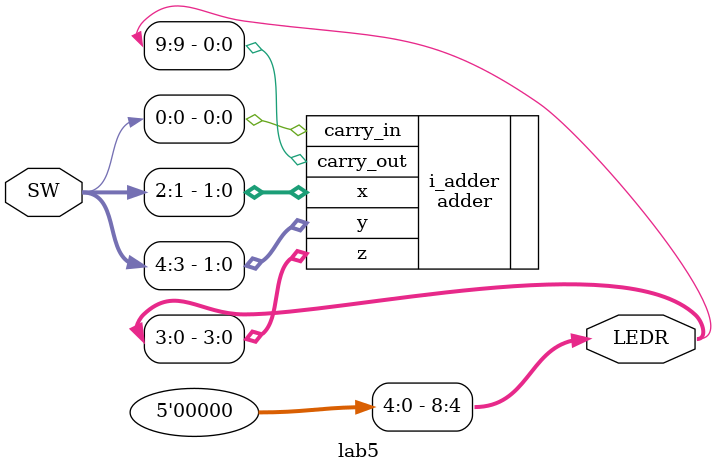
<source format=v>

module lab5
(
    input  [9:0] SW,
    output [9:0] LEDR
);
    //WIDTH	no greater than 4
    parameter WIDTH = 2;
    
	 //adder
    adder #(.WIDTH(WIDTH)) i_adder
    (
        .carry_in (SW [0]                  ),
        .x        (SW [WIDTH:1]            ),
        .y        (SW [2 * WIDTH:WIDTH + 1]),
        .z        (LEDR[2 * WIDTH - 1:0]   ),
        .carry_out(LEDR[9]                 )
    );
    
    assign LEDR[8:2 * WIDTH] = 0;
    
endmodule

</source>
